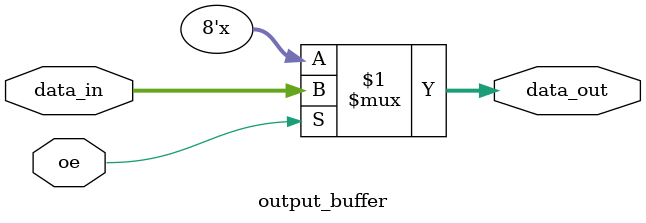
<source format=sv>
module decoder_tri_state (
    input oe,
    input [2:0] addr,
    output [7:0] bus
);
    wire [7:0] decoded_value;
    
    // 实例化二级结构
    address_decoder addr_decoder_inst (
        .addr(addr),
        .decoded_value(decoded_value)
    );
    
    output_buffer output_buffer_inst (
        .oe(oe),
        .data_in(decoded_value),
        .data_out(bus)
    );
    
endmodule

// 地址解码子模块
module address_decoder (
    input [2:0] addr,
    output [7:0] decoded_value
);
    assign decoded_value = 8'h01 << addr;
endmodule

// 输出缓冲控制子模块
module output_buffer (
    input oe,
    input [7:0] data_in,
    output [7:0] data_out
);
    // 使用条件运算符替代if-else结构
    assign data_out = oe ? data_in : 8'hZZ;
endmodule
</source>
